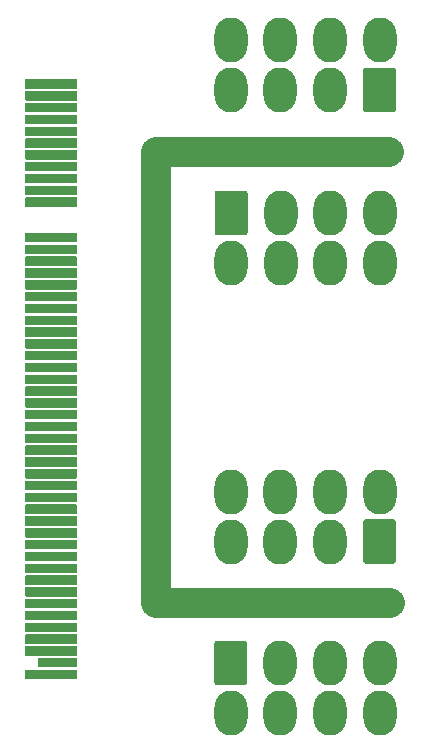
<source format=gts>
%TF.GenerationSoftware,KiCad,Pcbnew,(5.1.10)-1*%
%TF.CreationDate,2021-09-25T23:34:43+08:00*%
%TF.ProjectId,KCORES CSPS to ATX Converter,4b434f52-4553-4204-9353-505320746f20,1.0*%
%TF.SameCoordinates,Original*%
%TF.FileFunction,Soldermask,Top*%
%TF.FilePolarity,Negative*%
%FSLAX46Y46*%
G04 Gerber Fmt 4.6, Leading zero omitted, Abs format (unit mm)*
G04 Created by KiCad (PCBNEW (5.1.10)-1) date 2021-09-25 23:34:43*
%MOMM*%
%LPD*%
G01*
G04 APERTURE LIST*
%ADD10C,2.540000*%
%ADD11O,2.800000X3.800000*%
G04 APERTURE END LIST*
D10*
X105271000Y-130600000D02*
X125083000Y-130600000D01*
X105271000Y-130600000D02*
X105271000Y-92373000D01*
X105271000Y-92373000D02*
X124956000Y-92373000D01*
%TO.C,J1*%
G36*
G01*
X94231000Y-100258000D02*
X98531000Y-100258000D01*
G75*
G02*
X98581000Y-100308000I0J-50000D01*
G01*
X98581000Y-101008000D01*
G75*
G02*
X98531000Y-101058000I-50000J0D01*
G01*
X94231000Y-101058000D01*
G75*
G02*
X94181000Y-101008000I0J50000D01*
G01*
X94181000Y-100308000D01*
G75*
G02*
X94231000Y-100258000I50000J0D01*
G01*
G37*
G36*
G01*
X94231000Y-99258000D02*
X98531000Y-99258000D01*
G75*
G02*
X98581000Y-99308000I0J-50000D01*
G01*
X98581000Y-100008000D01*
G75*
G02*
X98531000Y-100058000I-50000J0D01*
G01*
X94231000Y-100058000D01*
G75*
G02*
X94181000Y-100008000I0J50000D01*
G01*
X94181000Y-99308000D01*
G75*
G02*
X94231000Y-99258000I50000J0D01*
G01*
G37*
G36*
G01*
X94231000Y-105258000D02*
X98531000Y-105258000D01*
G75*
G02*
X98581000Y-105308000I0J-50000D01*
G01*
X98581000Y-106008000D01*
G75*
G02*
X98531000Y-106058000I-50000J0D01*
G01*
X94231000Y-106058000D01*
G75*
G02*
X94181000Y-106008000I0J50000D01*
G01*
X94181000Y-105308000D01*
G75*
G02*
X94231000Y-105258000I50000J0D01*
G01*
G37*
G36*
G01*
X94231000Y-104258000D02*
X98531000Y-104258000D01*
G75*
G02*
X98581000Y-104308000I0J-50000D01*
G01*
X98581000Y-105008000D01*
G75*
G02*
X98531000Y-105058000I-50000J0D01*
G01*
X94231000Y-105058000D01*
G75*
G02*
X94181000Y-105008000I0J50000D01*
G01*
X94181000Y-104308000D01*
G75*
G02*
X94231000Y-104258000I50000J0D01*
G01*
G37*
G36*
G01*
X94231000Y-103258000D02*
X98531000Y-103258000D01*
G75*
G02*
X98581000Y-103308000I0J-50000D01*
G01*
X98581000Y-104008000D01*
G75*
G02*
X98531000Y-104058000I-50000J0D01*
G01*
X94231000Y-104058000D01*
G75*
G02*
X94181000Y-104008000I0J50000D01*
G01*
X94181000Y-103308000D01*
G75*
G02*
X94231000Y-103258000I50000J0D01*
G01*
G37*
G36*
G01*
X94231000Y-102258000D02*
X98531000Y-102258000D01*
G75*
G02*
X98581000Y-102308000I0J-50000D01*
G01*
X98581000Y-103008000D01*
G75*
G02*
X98531000Y-103058000I-50000J0D01*
G01*
X94231000Y-103058000D01*
G75*
G02*
X94181000Y-103008000I0J50000D01*
G01*
X94181000Y-102308000D01*
G75*
G02*
X94231000Y-102258000I50000J0D01*
G01*
G37*
G36*
G01*
X94231000Y-101258000D02*
X98531000Y-101258000D01*
G75*
G02*
X98581000Y-101308000I0J-50000D01*
G01*
X98581000Y-102008000D01*
G75*
G02*
X98531000Y-102058000I-50000J0D01*
G01*
X94231000Y-102058000D01*
G75*
G02*
X94181000Y-102008000I0J50000D01*
G01*
X94181000Y-101308000D01*
G75*
G02*
X94231000Y-101258000I50000J0D01*
G01*
G37*
G36*
G01*
X94231000Y-96258000D02*
X98531000Y-96258000D01*
G75*
G02*
X98581000Y-96308000I0J-50000D01*
G01*
X98581000Y-97008000D01*
G75*
G02*
X98531000Y-97058000I-50000J0D01*
G01*
X94231000Y-97058000D01*
G75*
G02*
X94181000Y-97008000I0J50000D01*
G01*
X94181000Y-96308000D01*
G75*
G02*
X94231000Y-96258000I50000J0D01*
G01*
G37*
G36*
G01*
X94231000Y-95258000D02*
X98531000Y-95258000D01*
G75*
G02*
X98581000Y-95308000I0J-50000D01*
G01*
X98581000Y-96008000D01*
G75*
G02*
X98531000Y-96058000I-50000J0D01*
G01*
X94231000Y-96058000D01*
G75*
G02*
X94181000Y-96008000I0J50000D01*
G01*
X94181000Y-95308000D01*
G75*
G02*
X94231000Y-95258000I50000J0D01*
G01*
G37*
G36*
G01*
X94231000Y-94258000D02*
X98531000Y-94258000D01*
G75*
G02*
X98581000Y-94308000I0J-50000D01*
G01*
X98581000Y-95008000D01*
G75*
G02*
X98531000Y-95058000I-50000J0D01*
G01*
X94231000Y-95058000D01*
G75*
G02*
X94181000Y-95008000I0J50000D01*
G01*
X94181000Y-94308000D01*
G75*
G02*
X94231000Y-94258000I50000J0D01*
G01*
G37*
G36*
G01*
X94231000Y-93258000D02*
X98531000Y-93258000D01*
G75*
G02*
X98581000Y-93308000I0J-50000D01*
G01*
X98581000Y-94008000D01*
G75*
G02*
X98531000Y-94058000I-50000J0D01*
G01*
X94231000Y-94058000D01*
G75*
G02*
X94181000Y-94008000I0J50000D01*
G01*
X94181000Y-93308000D01*
G75*
G02*
X94231000Y-93258000I50000J0D01*
G01*
G37*
G36*
G01*
X94231000Y-92258000D02*
X98531000Y-92258000D01*
G75*
G02*
X98581000Y-92308000I0J-50000D01*
G01*
X98581000Y-93008000D01*
G75*
G02*
X98531000Y-93058000I-50000J0D01*
G01*
X94231000Y-93058000D01*
G75*
G02*
X94181000Y-93008000I0J50000D01*
G01*
X94181000Y-92308000D01*
G75*
G02*
X94231000Y-92258000I50000J0D01*
G01*
G37*
G36*
G01*
X94231000Y-91258000D02*
X98531000Y-91258000D01*
G75*
G02*
X98581000Y-91308000I0J-50000D01*
G01*
X98581000Y-92008000D01*
G75*
G02*
X98531000Y-92058000I-50000J0D01*
G01*
X94231000Y-92058000D01*
G75*
G02*
X94181000Y-92008000I0J50000D01*
G01*
X94181000Y-91308000D01*
G75*
G02*
X94231000Y-91258000I50000J0D01*
G01*
G37*
G36*
G01*
X94231000Y-90258000D02*
X98531000Y-90258000D01*
G75*
G02*
X98581000Y-90308000I0J-50000D01*
G01*
X98581000Y-91008000D01*
G75*
G02*
X98531000Y-91058000I-50000J0D01*
G01*
X94231000Y-91058000D01*
G75*
G02*
X94181000Y-91008000I0J50000D01*
G01*
X94181000Y-90308000D01*
G75*
G02*
X94231000Y-90258000I50000J0D01*
G01*
G37*
G36*
G01*
X94231000Y-89258000D02*
X98531000Y-89258000D01*
G75*
G02*
X98581000Y-89308000I0J-50000D01*
G01*
X98581000Y-90008000D01*
G75*
G02*
X98531000Y-90058000I-50000J0D01*
G01*
X94231000Y-90058000D01*
G75*
G02*
X94181000Y-90008000I0J50000D01*
G01*
X94181000Y-89308000D01*
G75*
G02*
X94231000Y-89258000I50000J0D01*
G01*
G37*
G36*
G01*
X94231000Y-88258000D02*
X98531000Y-88258000D01*
G75*
G02*
X98581000Y-88308000I0J-50000D01*
G01*
X98581000Y-89008000D01*
G75*
G02*
X98531000Y-89058000I-50000J0D01*
G01*
X94231000Y-89058000D01*
G75*
G02*
X94181000Y-89008000I0J50000D01*
G01*
X94181000Y-88308000D01*
G75*
G02*
X94231000Y-88258000I50000J0D01*
G01*
G37*
G36*
G01*
X94231000Y-87258000D02*
X98531000Y-87258000D01*
G75*
G02*
X98581000Y-87308000I0J-50000D01*
G01*
X98581000Y-88008000D01*
G75*
G02*
X98531000Y-88058000I-50000J0D01*
G01*
X94231000Y-88058000D01*
G75*
G02*
X94181000Y-88008000I0J50000D01*
G01*
X94181000Y-87308000D01*
G75*
G02*
X94231000Y-87258000I50000J0D01*
G01*
G37*
G36*
G01*
X94231000Y-86258000D02*
X98531000Y-86258000D01*
G75*
G02*
X98581000Y-86308000I0J-50000D01*
G01*
X98581000Y-87008000D01*
G75*
G02*
X98531000Y-87058000I-50000J0D01*
G01*
X94231000Y-87058000D01*
G75*
G02*
X94181000Y-87008000I0J50000D01*
G01*
X94181000Y-86308000D01*
G75*
G02*
X94231000Y-86258000I50000J0D01*
G01*
G37*
G36*
G01*
X94231000Y-106258000D02*
X98531000Y-106258000D01*
G75*
G02*
X98581000Y-106308000I0J-50000D01*
G01*
X98581000Y-107008000D01*
G75*
G02*
X98531000Y-107058000I-50000J0D01*
G01*
X94231000Y-107058000D01*
G75*
G02*
X94181000Y-107008000I0J50000D01*
G01*
X94181000Y-106308000D01*
G75*
G02*
X94231000Y-106258000I50000J0D01*
G01*
G37*
G36*
G01*
X94231000Y-107258000D02*
X98531000Y-107258000D01*
G75*
G02*
X98581000Y-107308000I0J-50000D01*
G01*
X98581000Y-108008000D01*
G75*
G02*
X98531000Y-108058000I-50000J0D01*
G01*
X94231000Y-108058000D01*
G75*
G02*
X94181000Y-108008000I0J50000D01*
G01*
X94181000Y-107308000D01*
G75*
G02*
X94231000Y-107258000I50000J0D01*
G01*
G37*
G36*
G01*
X94231000Y-108258000D02*
X98531000Y-108258000D01*
G75*
G02*
X98581000Y-108308000I0J-50000D01*
G01*
X98581000Y-109008000D01*
G75*
G02*
X98531000Y-109058000I-50000J0D01*
G01*
X94231000Y-109058000D01*
G75*
G02*
X94181000Y-109008000I0J50000D01*
G01*
X94181000Y-108308000D01*
G75*
G02*
X94231000Y-108258000I50000J0D01*
G01*
G37*
G36*
G01*
X94231000Y-109258000D02*
X98531000Y-109258000D01*
G75*
G02*
X98581000Y-109308000I0J-50000D01*
G01*
X98581000Y-110008000D01*
G75*
G02*
X98531000Y-110058000I-50000J0D01*
G01*
X94231000Y-110058000D01*
G75*
G02*
X94181000Y-110008000I0J50000D01*
G01*
X94181000Y-109308000D01*
G75*
G02*
X94231000Y-109258000I50000J0D01*
G01*
G37*
G36*
G01*
X94231000Y-110258000D02*
X98531000Y-110258000D01*
G75*
G02*
X98581000Y-110308000I0J-50000D01*
G01*
X98581000Y-111008000D01*
G75*
G02*
X98531000Y-111058000I-50000J0D01*
G01*
X94231000Y-111058000D01*
G75*
G02*
X94181000Y-111008000I0J50000D01*
G01*
X94181000Y-110308000D01*
G75*
G02*
X94231000Y-110258000I50000J0D01*
G01*
G37*
G36*
G01*
X94231000Y-111258000D02*
X98531000Y-111258000D01*
G75*
G02*
X98581000Y-111308000I0J-50000D01*
G01*
X98581000Y-112008000D01*
G75*
G02*
X98531000Y-112058000I-50000J0D01*
G01*
X94231000Y-112058000D01*
G75*
G02*
X94181000Y-112008000I0J50000D01*
G01*
X94181000Y-111308000D01*
G75*
G02*
X94231000Y-111258000I50000J0D01*
G01*
G37*
G36*
G01*
X94231000Y-112258000D02*
X98531000Y-112258000D01*
G75*
G02*
X98581000Y-112308000I0J-50000D01*
G01*
X98581000Y-113008000D01*
G75*
G02*
X98531000Y-113058000I-50000J0D01*
G01*
X94231000Y-113058000D01*
G75*
G02*
X94181000Y-113008000I0J50000D01*
G01*
X94181000Y-112308000D01*
G75*
G02*
X94231000Y-112258000I50000J0D01*
G01*
G37*
G36*
G01*
X94231000Y-113258000D02*
X98531000Y-113258000D01*
G75*
G02*
X98581000Y-113308000I0J-50000D01*
G01*
X98581000Y-114008000D01*
G75*
G02*
X98531000Y-114058000I-50000J0D01*
G01*
X94231000Y-114058000D01*
G75*
G02*
X94181000Y-114008000I0J50000D01*
G01*
X94181000Y-113308000D01*
G75*
G02*
X94231000Y-113258000I50000J0D01*
G01*
G37*
G36*
G01*
X94231000Y-114258000D02*
X98531000Y-114258000D01*
G75*
G02*
X98581000Y-114308000I0J-50000D01*
G01*
X98581000Y-115008000D01*
G75*
G02*
X98531000Y-115058000I-50000J0D01*
G01*
X94231000Y-115058000D01*
G75*
G02*
X94181000Y-115008000I0J50000D01*
G01*
X94181000Y-114308000D01*
G75*
G02*
X94231000Y-114258000I50000J0D01*
G01*
G37*
G36*
G01*
X94231000Y-115258000D02*
X98531000Y-115258000D01*
G75*
G02*
X98581000Y-115308000I0J-50000D01*
G01*
X98581000Y-116008000D01*
G75*
G02*
X98531000Y-116058000I-50000J0D01*
G01*
X94231000Y-116058000D01*
G75*
G02*
X94181000Y-116008000I0J50000D01*
G01*
X94181000Y-115308000D01*
G75*
G02*
X94231000Y-115258000I50000J0D01*
G01*
G37*
G36*
G01*
X94231000Y-116258000D02*
X98531000Y-116258000D01*
G75*
G02*
X98581000Y-116308000I0J-50000D01*
G01*
X98581000Y-117008000D01*
G75*
G02*
X98531000Y-117058000I-50000J0D01*
G01*
X94231000Y-117058000D01*
G75*
G02*
X94181000Y-117008000I0J50000D01*
G01*
X94181000Y-116308000D01*
G75*
G02*
X94231000Y-116258000I50000J0D01*
G01*
G37*
G36*
G01*
X94231000Y-117258000D02*
X98531000Y-117258000D01*
G75*
G02*
X98581000Y-117308000I0J-50000D01*
G01*
X98581000Y-118008000D01*
G75*
G02*
X98531000Y-118058000I-50000J0D01*
G01*
X94231000Y-118058000D01*
G75*
G02*
X94181000Y-118008000I0J50000D01*
G01*
X94181000Y-117308000D01*
G75*
G02*
X94231000Y-117258000I50000J0D01*
G01*
G37*
G36*
G01*
X94231000Y-118258000D02*
X98531000Y-118258000D01*
G75*
G02*
X98581000Y-118308000I0J-50000D01*
G01*
X98581000Y-119008000D01*
G75*
G02*
X98531000Y-119058000I-50000J0D01*
G01*
X94231000Y-119058000D01*
G75*
G02*
X94181000Y-119008000I0J50000D01*
G01*
X94181000Y-118308000D01*
G75*
G02*
X94231000Y-118258000I50000J0D01*
G01*
G37*
G36*
G01*
X94231000Y-119258000D02*
X98531000Y-119258000D01*
G75*
G02*
X98581000Y-119308000I0J-50000D01*
G01*
X98581000Y-120008000D01*
G75*
G02*
X98531000Y-120058000I-50000J0D01*
G01*
X94231000Y-120058000D01*
G75*
G02*
X94181000Y-120008000I0J50000D01*
G01*
X94181000Y-119308000D01*
G75*
G02*
X94231000Y-119258000I50000J0D01*
G01*
G37*
G36*
G01*
X94231000Y-120258000D02*
X98531000Y-120258000D01*
G75*
G02*
X98581000Y-120308000I0J-50000D01*
G01*
X98581000Y-121008000D01*
G75*
G02*
X98531000Y-121058000I-50000J0D01*
G01*
X94231000Y-121058000D01*
G75*
G02*
X94181000Y-121008000I0J50000D01*
G01*
X94181000Y-120308000D01*
G75*
G02*
X94231000Y-120258000I50000J0D01*
G01*
G37*
G36*
G01*
X94231000Y-121258000D02*
X98531000Y-121258000D01*
G75*
G02*
X98581000Y-121308000I0J-50000D01*
G01*
X98581000Y-122008000D01*
G75*
G02*
X98531000Y-122058000I-50000J0D01*
G01*
X94231000Y-122058000D01*
G75*
G02*
X94181000Y-122008000I0J50000D01*
G01*
X94181000Y-121308000D01*
G75*
G02*
X94231000Y-121258000I50000J0D01*
G01*
G37*
G36*
G01*
X94231000Y-122258000D02*
X98531000Y-122258000D01*
G75*
G02*
X98581000Y-122308000I0J-50000D01*
G01*
X98581000Y-123008000D01*
G75*
G02*
X98531000Y-123058000I-50000J0D01*
G01*
X94231000Y-123058000D01*
G75*
G02*
X94181000Y-123008000I0J50000D01*
G01*
X94181000Y-122308000D01*
G75*
G02*
X94231000Y-122258000I50000J0D01*
G01*
G37*
G36*
G01*
X94231000Y-123258000D02*
X98531000Y-123258000D01*
G75*
G02*
X98581000Y-123308000I0J-50000D01*
G01*
X98581000Y-124008000D01*
G75*
G02*
X98531000Y-124058000I-50000J0D01*
G01*
X94231000Y-124058000D01*
G75*
G02*
X94181000Y-124008000I0J50000D01*
G01*
X94181000Y-123308000D01*
G75*
G02*
X94231000Y-123258000I50000J0D01*
G01*
G37*
G36*
G01*
X94231000Y-124258000D02*
X98531000Y-124258000D01*
G75*
G02*
X98581000Y-124308000I0J-50000D01*
G01*
X98581000Y-125008000D01*
G75*
G02*
X98531000Y-125058000I-50000J0D01*
G01*
X94231000Y-125058000D01*
G75*
G02*
X94181000Y-125008000I0J50000D01*
G01*
X94181000Y-124308000D01*
G75*
G02*
X94231000Y-124258000I50000J0D01*
G01*
G37*
G36*
G01*
X94231000Y-125258000D02*
X98531000Y-125258000D01*
G75*
G02*
X98581000Y-125308000I0J-50000D01*
G01*
X98581000Y-126008000D01*
G75*
G02*
X98531000Y-126058000I-50000J0D01*
G01*
X94231000Y-126058000D01*
G75*
G02*
X94181000Y-126008000I0J50000D01*
G01*
X94181000Y-125308000D01*
G75*
G02*
X94231000Y-125258000I50000J0D01*
G01*
G37*
G36*
G01*
X94231000Y-126258000D02*
X98531000Y-126258000D01*
G75*
G02*
X98581000Y-126308000I0J-50000D01*
G01*
X98581000Y-127008000D01*
G75*
G02*
X98531000Y-127058000I-50000J0D01*
G01*
X94231000Y-127058000D01*
G75*
G02*
X94181000Y-127008000I0J50000D01*
G01*
X94181000Y-126308000D01*
G75*
G02*
X94231000Y-126258000I50000J0D01*
G01*
G37*
G36*
G01*
X94231000Y-127258000D02*
X98531000Y-127258000D01*
G75*
G02*
X98581000Y-127308000I0J-50000D01*
G01*
X98581000Y-128008000D01*
G75*
G02*
X98531000Y-128058000I-50000J0D01*
G01*
X94231000Y-128058000D01*
G75*
G02*
X94181000Y-128008000I0J50000D01*
G01*
X94181000Y-127308000D01*
G75*
G02*
X94231000Y-127258000I50000J0D01*
G01*
G37*
G36*
G01*
X94231000Y-128258000D02*
X98531000Y-128258000D01*
G75*
G02*
X98581000Y-128308000I0J-50000D01*
G01*
X98581000Y-129008000D01*
G75*
G02*
X98531000Y-129058000I-50000J0D01*
G01*
X94231000Y-129058000D01*
G75*
G02*
X94181000Y-129008000I0J50000D01*
G01*
X94181000Y-128308000D01*
G75*
G02*
X94231000Y-128258000I50000J0D01*
G01*
G37*
G36*
G01*
X94231000Y-129258000D02*
X98531000Y-129258000D01*
G75*
G02*
X98581000Y-129308000I0J-50000D01*
G01*
X98581000Y-130008000D01*
G75*
G02*
X98531000Y-130058000I-50000J0D01*
G01*
X94231000Y-130058000D01*
G75*
G02*
X94181000Y-130008000I0J50000D01*
G01*
X94181000Y-129308000D01*
G75*
G02*
X94231000Y-129258000I50000J0D01*
G01*
G37*
G36*
G01*
X94231000Y-130258000D02*
X98531000Y-130258000D01*
G75*
G02*
X98581000Y-130308000I0J-50000D01*
G01*
X98581000Y-131008000D01*
G75*
G02*
X98531000Y-131058000I-50000J0D01*
G01*
X94231000Y-131058000D01*
G75*
G02*
X94181000Y-131008000I0J50000D01*
G01*
X94181000Y-130308000D01*
G75*
G02*
X94231000Y-130258000I50000J0D01*
G01*
G37*
G36*
G01*
X94231000Y-131258000D02*
X98531000Y-131258000D01*
G75*
G02*
X98581000Y-131308000I0J-50000D01*
G01*
X98581000Y-132008000D01*
G75*
G02*
X98531000Y-132058000I-50000J0D01*
G01*
X94231000Y-132058000D01*
G75*
G02*
X94181000Y-132008000I0J50000D01*
G01*
X94181000Y-131308000D01*
G75*
G02*
X94231000Y-131258000I50000J0D01*
G01*
G37*
G36*
G01*
X94231000Y-132258000D02*
X98531000Y-132258000D01*
G75*
G02*
X98581000Y-132308000I0J-50000D01*
G01*
X98581000Y-133008000D01*
G75*
G02*
X98531000Y-133058000I-50000J0D01*
G01*
X94231000Y-133058000D01*
G75*
G02*
X94181000Y-133008000I0J50000D01*
G01*
X94181000Y-132308000D01*
G75*
G02*
X94231000Y-132258000I50000J0D01*
G01*
G37*
G36*
G01*
X94231000Y-133258000D02*
X98531000Y-133258000D01*
G75*
G02*
X98581000Y-133308000I0J-50000D01*
G01*
X98581000Y-134008000D01*
G75*
G02*
X98531000Y-134058000I-50000J0D01*
G01*
X94231000Y-134058000D01*
G75*
G02*
X94181000Y-134008000I0J50000D01*
G01*
X94181000Y-133308000D01*
G75*
G02*
X94231000Y-133258000I50000J0D01*
G01*
G37*
G36*
G01*
X94231000Y-134258000D02*
X98531000Y-134258000D01*
G75*
G02*
X98581000Y-134308000I0J-50000D01*
G01*
X98581000Y-135008000D01*
G75*
G02*
X98531000Y-135058000I-50000J0D01*
G01*
X94231000Y-135058000D01*
G75*
G02*
X94181000Y-135008000I0J50000D01*
G01*
X94181000Y-134308000D01*
G75*
G02*
X94231000Y-134258000I50000J0D01*
G01*
G37*
G36*
G01*
X95331000Y-135258000D02*
X98531000Y-135258000D01*
G75*
G02*
X98581000Y-135308000I0J-50000D01*
G01*
X98581000Y-136008000D01*
G75*
G02*
X98531000Y-136058000I-50000J0D01*
G01*
X95331000Y-136058000D01*
G75*
G02*
X95281000Y-136008000I0J50000D01*
G01*
X95281000Y-135308000D01*
G75*
G02*
X95331000Y-135258000I50000J0D01*
G01*
G37*
G36*
G01*
X94231000Y-136258000D02*
X98531000Y-136258000D01*
G75*
G02*
X98581000Y-136308000I0J-50000D01*
G01*
X98581000Y-137008000D01*
G75*
G02*
X98531000Y-137058000I-50000J0D01*
G01*
X94231000Y-137058000D01*
G75*
G02*
X94181000Y-137008000I0J50000D01*
G01*
X94181000Y-136308000D01*
G75*
G02*
X94231000Y-136258000I50000J0D01*
G01*
G37*
%TD*%
D11*
%TO.C,J6*%
X111594000Y-121193000D03*
X115794000Y-121193000D03*
X119994000Y-121193000D03*
X124194000Y-121193000D03*
X111594000Y-125393000D03*
X115794000Y-125393000D03*
G36*
G01*
X125594000Y-123753400D02*
X125594000Y-127032600D01*
G75*
G02*
X125333600Y-127293000I-260400J0D01*
G01*
X123054400Y-127293000D01*
G75*
G02*
X122794000Y-127032600I0J260400D01*
G01*
X122794000Y-123753400D01*
G75*
G02*
X123054400Y-123493000I260400J0D01*
G01*
X125333600Y-123493000D01*
G75*
G02*
X125594000Y-123753400I0J-260400D01*
G01*
G37*
X119994000Y-125393000D03*
%TD*%
%TO.C,J5*%
X111594000Y-82966000D03*
X115794000Y-82966000D03*
X119994000Y-82966000D03*
X124194000Y-82966000D03*
X111594000Y-87166000D03*
X115794000Y-87166000D03*
G36*
G01*
X125594000Y-85526400D02*
X125594000Y-88805600D01*
G75*
G02*
X125333600Y-89066000I-260400J0D01*
G01*
X123054400Y-89066000D01*
G75*
G02*
X122794000Y-88805600I0J260400D01*
G01*
X122794000Y-85526400D01*
G75*
G02*
X123054400Y-85266000I260400J0D01*
G01*
X125333600Y-85266000D01*
G75*
G02*
X125594000Y-85526400I0J-260400D01*
G01*
G37*
X119994000Y-87166000D03*
%TD*%
%TO.C,J4*%
X124194000Y-139880000D03*
X119994000Y-139880000D03*
X115794000Y-139880000D03*
X111594000Y-139880000D03*
X124194000Y-135680000D03*
X119994000Y-135680000D03*
G36*
G01*
X110194000Y-137319600D02*
X110194000Y-134040400D01*
G75*
G02*
X110454400Y-133780000I260400J0D01*
G01*
X112733600Y-133780000D01*
G75*
G02*
X112994000Y-134040400I0J-260400D01*
G01*
X112994000Y-137319600D01*
G75*
G02*
X112733600Y-137580000I-260400J0D01*
G01*
X110454400Y-137580000D01*
G75*
G02*
X110194000Y-137319600I0J260400D01*
G01*
G37*
X115794000Y-135680000D03*
%TD*%
%TO.C,J3*%
X124221000Y-101780000D03*
X120021000Y-101780000D03*
X115821000Y-101780000D03*
X111621000Y-101780000D03*
X124221000Y-97580000D03*
X120021000Y-97580000D03*
G36*
G01*
X110221000Y-99219600D02*
X110221000Y-95940400D01*
G75*
G02*
X110481400Y-95680000I260400J0D01*
G01*
X112760600Y-95680000D01*
G75*
G02*
X113021000Y-95940400I0J-260400D01*
G01*
X113021000Y-99219600D01*
G75*
G02*
X112760600Y-99480000I-260400J0D01*
G01*
X110481400Y-99480000D01*
G75*
G02*
X110221000Y-99219600I0J260400D01*
G01*
G37*
X115821000Y-97580000D03*
%TD*%
M02*

</source>
